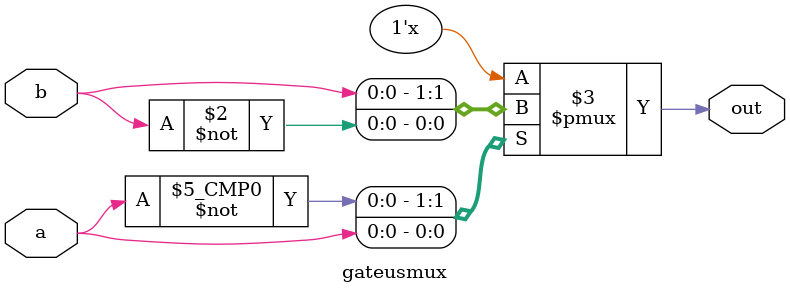
<source format=v>
module gateusmux (out,a,b);
  input a,b;
  output reg out;
  always @(a or b)
  begin
    case (a)
      1'b 0 : out = b;
      1'b 1 : out = (~b);
    endcase
  end
endmodule
  
      
      
      

</source>
